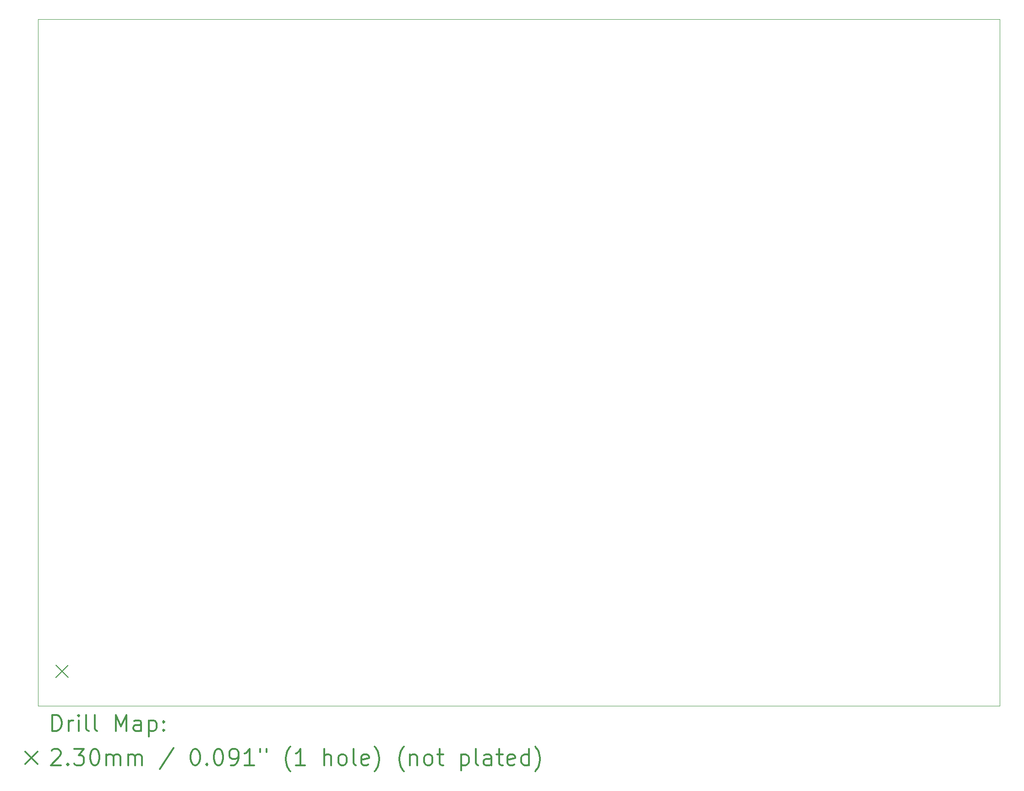
<source format=gbr>
%FSLAX45Y45*%
G04 Gerber Fmt 4.5, Leading zero omitted, Abs format (unit mm)*
G04 Created by KiCad (PCBNEW 4.0.2-stable) date Pá 22. duben 2016, 03:40:44 CEST*
%MOMM*%
G01*
G04 APERTURE LIST*
%ADD10C,0.127000*%
%ADD11C,0.100000*%
%ADD12C,0.200000*%
%ADD13C,0.300000*%
G04 APERTURE END LIST*
D10*
D11*
X-17780000Y6350000D02*
X0Y6350000D01*
X-17780000Y-6350000D02*
X-17780000Y6350000D01*
X0Y-6350000D02*
X-17780000Y-6350000D01*
X0Y6350000D02*
X0Y-6350000D01*
D12*
X-17449500Y-5600000D02*
X-17219500Y-5830000D01*
X-17219500Y-5600000D02*
X-17449500Y-5830000D01*
D13*
X-17513572Y-6820714D02*
X-17513572Y-6520714D01*
X-17442143Y-6520714D01*
X-17399286Y-6535000D01*
X-17370714Y-6563571D01*
X-17356429Y-6592143D01*
X-17342143Y-6649286D01*
X-17342143Y-6692143D01*
X-17356429Y-6749286D01*
X-17370714Y-6777857D01*
X-17399286Y-6806429D01*
X-17442143Y-6820714D01*
X-17513572Y-6820714D01*
X-17213572Y-6820714D02*
X-17213572Y-6620714D01*
X-17213572Y-6677857D02*
X-17199286Y-6649286D01*
X-17185000Y-6635000D01*
X-17156429Y-6620714D01*
X-17127857Y-6620714D01*
X-17027857Y-6820714D02*
X-17027857Y-6620714D01*
X-17027857Y-6520714D02*
X-17042143Y-6535000D01*
X-17027857Y-6549286D01*
X-17013572Y-6535000D01*
X-17027857Y-6520714D01*
X-17027857Y-6549286D01*
X-16842143Y-6820714D02*
X-16870714Y-6806429D01*
X-16885000Y-6777857D01*
X-16885000Y-6520714D01*
X-16685000Y-6820714D02*
X-16713571Y-6806429D01*
X-16727857Y-6777857D01*
X-16727857Y-6520714D01*
X-16342143Y-6820714D02*
X-16342143Y-6520714D01*
X-16242143Y-6735000D01*
X-16142143Y-6520714D01*
X-16142143Y-6820714D01*
X-15870714Y-6820714D02*
X-15870714Y-6663571D01*
X-15885000Y-6635000D01*
X-15913571Y-6620714D01*
X-15970714Y-6620714D01*
X-15999286Y-6635000D01*
X-15870714Y-6806429D02*
X-15899286Y-6820714D01*
X-15970714Y-6820714D01*
X-15999286Y-6806429D01*
X-16013571Y-6777857D01*
X-16013571Y-6749286D01*
X-15999286Y-6720714D01*
X-15970714Y-6706429D01*
X-15899286Y-6706429D01*
X-15870714Y-6692143D01*
X-15727857Y-6620714D02*
X-15727857Y-6920714D01*
X-15727857Y-6635000D02*
X-15699286Y-6620714D01*
X-15642143Y-6620714D01*
X-15613571Y-6635000D01*
X-15599286Y-6649286D01*
X-15585000Y-6677857D01*
X-15585000Y-6763571D01*
X-15599286Y-6792143D01*
X-15613571Y-6806429D01*
X-15642143Y-6820714D01*
X-15699286Y-6820714D01*
X-15727857Y-6806429D01*
X-15456429Y-6792143D02*
X-15442143Y-6806429D01*
X-15456429Y-6820714D01*
X-15470714Y-6806429D01*
X-15456429Y-6792143D01*
X-15456429Y-6820714D01*
X-15456429Y-6635000D02*
X-15442143Y-6649286D01*
X-15456429Y-6663571D01*
X-15470714Y-6649286D01*
X-15456429Y-6635000D01*
X-15456429Y-6663571D01*
X-18015000Y-7200000D02*
X-17785000Y-7430000D01*
X-17785000Y-7200000D02*
X-18015000Y-7430000D01*
X-17527857Y-7179286D02*
X-17513572Y-7165000D01*
X-17485000Y-7150714D01*
X-17413572Y-7150714D01*
X-17385000Y-7165000D01*
X-17370714Y-7179286D01*
X-17356429Y-7207857D01*
X-17356429Y-7236429D01*
X-17370714Y-7279286D01*
X-17542143Y-7450714D01*
X-17356429Y-7450714D01*
X-17227857Y-7422143D02*
X-17213572Y-7436429D01*
X-17227857Y-7450714D01*
X-17242143Y-7436429D01*
X-17227857Y-7422143D01*
X-17227857Y-7450714D01*
X-17113572Y-7150714D02*
X-16927857Y-7150714D01*
X-17027857Y-7265000D01*
X-16985000Y-7265000D01*
X-16956429Y-7279286D01*
X-16942143Y-7293571D01*
X-16927857Y-7322143D01*
X-16927857Y-7393571D01*
X-16942143Y-7422143D01*
X-16956429Y-7436429D01*
X-16985000Y-7450714D01*
X-17070714Y-7450714D01*
X-17099286Y-7436429D01*
X-17113572Y-7422143D01*
X-16742143Y-7150714D02*
X-16713571Y-7150714D01*
X-16685000Y-7165000D01*
X-16670714Y-7179286D01*
X-16656429Y-7207857D01*
X-16642143Y-7265000D01*
X-16642143Y-7336429D01*
X-16656429Y-7393571D01*
X-16670714Y-7422143D01*
X-16685000Y-7436429D01*
X-16713571Y-7450714D01*
X-16742143Y-7450714D01*
X-16770714Y-7436429D01*
X-16785000Y-7422143D01*
X-16799286Y-7393571D01*
X-16813572Y-7336429D01*
X-16813572Y-7265000D01*
X-16799286Y-7207857D01*
X-16785000Y-7179286D01*
X-16770714Y-7165000D01*
X-16742143Y-7150714D01*
X-16513571Y-7450714D02*
X-16513571Y-7250714D01*
X-16513571Y-7279286D02*
X-16499286Y-7265000D01*
X-16470714Y-7250714D01*
X-16427857Y-7250714D01*
X-16399286Y-7265000D01*
X-16385000Y-7293571D01*
X-16385000Y-7450714D01*
X-16385000Y-7293571D02*
X-16370714Y-7265000D01*
X-16342143Y-7250714D01*
X-16299286Y-7250714D01*
X-16270714Y-7265000D01*
X-16256429Y-7293571D01*
X-16256429Y-7450714D01*
X-16113571Y-7450714D02*
X-16113571Y-7250714D01*
X-16113571Y-7279286D02*
X-16099286Y-7265000D01*
X-16070714Y-7250714D01*
X-16027857Y-7250714D01*
X-15999286Y-7265000D01*
X-15985000Y-7293571D01*
X-15985000Y-7450714D01*
X-15985000Y-7293571D02*
X-15970714Y-7265000D01*
X-15942143Y-7250714D01*
X-15899286Y-7250714D01*
X-15870714Y-7265000D01*
X-15856429Y-7293571D01*
X-15856429Y-7450714D01*
X-15270714Y-7136429D02*
X-15527857Y-7522143D01*
X-14885000Y-7150714D02*
X-14856429Y-7150714D01*
X-14827857Y-7165000D01*
X-14813572Y-7179286D01*
X-14799286Y-7207857D01*
X-14785000Y-7265000D01*
X-14785000Y-7336429D01*
X-14799286Y-7393571D01*
X-14813572Y-7422143D01*
X-14827857Y-7436429D01*
X-14856429Y-7450714D01*
X-14885000Y-7450714D01*
X-14913572Y-7436429D01*
X-14927857Y-7422143D01*
X-14942143Y-7393571D01*
X-14956429Y-7336429D01*
X-14956429Y-7265000D01*
X-14942143Y-7207857D01*
X-14927857Y-7179286D01*
X-14913572Y-7165000D01*
X-14885000Y-7150714D01*
X-14656429Y-7422143D02*
X-14642143Y-7436429D01*
X-14656429Y-7450714D01*
X-14670714Y-7436429D01*
X-14656429Y-7422143D01*
X-14656429Y-7450714D01*
X-14456429Y-7150714D02*
X-14427857Y-7150714D01*
X-14399286Y-7165000D01*
X-14385000Y-7179286D01*
X-14370714Y-7207857D01*
X-14356429Y-7265000D01*
X-14356429Y-7336429D01*
X-14370714Y-7393571D01*
X-14385000Y-7422143D01*
X-14399286Y-7436429D01*
X-14427857Y-7450714D01*
X-14456429Y-7450714D01*
X-14485000Y-7436429D01*
X-14499286Y-7422143D01*
X-14513572Y-7393571D01*
X-14527857Y-7336429D01*
X-14527857Y-7265000D01*
X-14513572Y-7207857D01*
X-14499286Y-7179286D01*
X-14485000Y-7165000D01*
X-14456429Y-7150714D01*
X-14213572Y-7450714D02*
X-14156429Y-7450714D01*
X-14127857Y-7436429D01*
X-14113572Y-7422143D01*
X-14085000Y-7379286D01*
X-14070714Y-7322143D01*
X-14070714Y-7207857D01*
X-14085000Y-7179286D01*
X-14099286Y-7165000D01*
X-14127857Y-7150714D01*
X-14185000Y-7150714D01*
X-14213572Y-7165000D01*
X-14227857Y-7179286D01*
X-14242143Y-7207857D01*
X-14242143Y-7279286D01*
X-14227857Y-7307857D01*
X-14213572Y-7322143D01*
X-14185000Y-7336429D01*
X-14127857Y-7336429D01*
X-14099286Y-7322143D01*
X-14085000Y-7307857D01*
X-14070714Y-7279286D01*
X-13785000Y-7450714D02*
X-13956429Y-7450714D01*
X-13870714Y-7450714D02*
X-13870714Y-7150714D01*
X-13899286Y-7193571D01*
X-13927857Y-7222143D01*
X-13956429Y-7236429D01*
X-13670714Y-7150714D02*
X-13670714Y-7207857D01*
X-13556429Y-7150714D02*
X-13556429Y-7207857D01*
X-13113572Y-7565000D02*
X-13127857Y-7550714D01*
X-13156429Y-7507857D01*
X-13170714Y-7479286D01*
X-13185000Y-7436429D01*
X-13199286Y-7365000D01*
X-13199286Y-7307857D01*
X-13185000Y-7236429D01*
X-13170714Y-7193571D01*
X-13156429Y-7165000D01*
X-13127857Y-7122143D01*
X-13113572Y-7107857D01*
X-12842143Y-7450714D02*
X-13013572Y-7450714D01*
X-12927857Y-7450714D02*
X-12927857Y-7150714D01*
X-12956429Y-7193571D01*
X-12985000Y-7222143D01*
X-13013572Y-7236429D01*
X-12485000Y-7450714D02*
X-12485000Y-7150714D01*
X-12356429Y-7450714D02*
X-12356429Y-7293571D01*
X-12370714Y-7265000D01*
X-12399286Y-7250714D01*
X-12442143Y-7250714D01*
X-12470714Y-7265000D01*
X-12485000Y-7279286D01*
X-12170714Y-7450714D02*
X-12199286Y-7436429D01*
X-12213572Y-7422143D01*
X-12227857Y-7393571D01*
X-12227857Y-7307857D01*
X-12213572Y-7279286D01*
X-12199286Y-7265000D01*
X-12170714Y-7250714D01*
X-12127857Y-7250714D01*
X-12099286Y-7265000D01*
X-12085000Y-7279286D01*
X-12070714Y-7307857D01*
X-12070714Y-7393571D01*
X-12085000Y-7422143D01*
X-12099286Y-7436429D01*
X-12127857Y-7450714D01*
X-12170714Y-7450714D01*
X-11899286Y-7450714D02*
X-11927857Y-7436429D01*
X-11942143Y-7407857D01*
X-11942143Y-7150714D01*
X-11670714Y-7436429D02*
X-11699286Y-7450714D01*
X-11756429Y-7450714D01*
X-11785000Y-7436429D01*
X-11799286Y-7407857D01*
X-11799286Y-7293571D01*
X-11785000Y-7265000D01*
X-11756429Y-7250714D01*
X-11699286Y-7250714D01*
X-11670714Y-7265000D01*
X-11656429Y-7293571D01*
X-11656429Y-7322143D01*
X-11799286Y-7350714D01*
X-11556429Y-7565000D02*
X-11542143Y-7550714D01*
X-11513571Y-7507857D01*
X-11499286Y-7479286D01*
X-11485000Y-7436429D01*
X-11470714Y-7365000D01*
X-11470714Y-7307857D01*
X-11485000Y-7236429D01*
X-11499286Y-7193571D01*
X-11513571Y-7165000D01*
X-11542143Y-7122143D01*
X-11556429Y-7107857D01*
X-11013572Y-7565000D02*
X-11027857Y-7550714D01*
X-11056429Y-7507857D01*
X-11070714Y-7479286D01*
X-11085000Y-7436429D01*
X-11099286Y-7365000D01*
X-11099286Y-7307857D01*
X-11085000Y-7236429D01*
X-11070714Y-7193571D01*
X-11056429Y-7165000D01*
X-11027857Y-7122143D01*
X-11013572Y-7107857D01*
X-10899286Y-7250714D02*
X-10899286Y-7450714D01*
X-10899286Y-7279286D02*
X-10885000Y-7265000D01*
X-10856429Y-7250714D01*
X-10813572Y-7250714D01*
X-10785000Y-7265000D01*
X-10770714Y-7293571D01*
X-10770714Y-7450714D01*
X-10585000Y-7450714D02*
X-10613572Y-7436429D01*
X-10627857Y-7422143D01*
X-10642143Y-7393571D01*
X-10642143Y-7307857D01*
X-10627857Y-7279286D01*
X-10613572Y-7265000D01*
X-10585000Y-7250714D01*
X-10542143Y-7250714D01*
X-10513572Y-7265000D01*
X-10499286Y-7279286D01*
X-10485000Y-7307857D01*
X-10485000Y-7393571D01*
X-10499286Y-7422143D01*
X-10513572Y-7436429D01*
X-10542143Y-7450714D01*
X-10585000Y-7450714D01*
X-10399286Y-7250714D02*
X-10285000Y-7250714D01*
X-10356429Y-7150714D02*
X-10356429Y-7407857D01*
X-10342143Y-7436429D01*
X-10313572Y-7450714D01*
X-10285000Y-7450714D01*
X-9956429Y-7250714D02*
X-9956429Y-7550714D01*
X-9956429Y-7265000D02*
X-9927857Y-7250714D01*
X-9870714Y-7250714D01*
X-9842143Y-7265000D01*
X-9827857Y-7279286D01*
X-9813572Y-7307857D01*
X-9813572Y-7393571D01*
X-9827857Y-7422143D01*
X-9842143Y-7436429D01*
X-9870714Y-7450714D01*
X-9927857Y-7450714D01*
X-9956429Y-7436429D01*
X-9642143Y-7450714D02*
X-9670714Y-7436429D01*
X-9685000Y-7407857D01*
X-9685000Y-7150714D01*
X-9399286Y-7450714D02*
X-9399286Y-7293571D01*
X-9413571Y-7265000D01*
X-9442143Y-7250714D01*
X-9499286Y-7250714D01*
X-9527857Y-7265000D01*
X-9399286Y-7436429D02*
X-9427857Y-7450714D01*
X-9499286Y-7450714D01*
X-9527857Y-7436429D01*
X-9542143Y-7407857D01*
X-9542143Y-7379286D01*
X-9527857Y-7350714D01*
X-9499286Y-7336429D01*
X-9427857Y-7336429D01*
X-9399286Y-7322143D01*
X-9299286Y-7250714D02*
X-9185000Y-7250714D01*
X-9256429Y-7150714D02*
X-9256429Y-7407857D01*
X-9242143Y-7436429D01*
X-9213571Y-7450714D01*
X-9185000Y-7450714D01*
X-8970714Y-7436429D02*
X-8999286Y-7450714D01*
X-9056429Y-7450714D01*
X-9085000Y-7436429D01*
X-9099286Y-7407857D01*
X-9099286Y-7293571D01*
X-9085000Y-7265000D01*
X-9056429Y-7250714D01*
X-8999286Y-7250714D01*
X-8970714Y-7265000D01*
X-8956429Y-7293571D01*
X-8956429Y-7322143D01*
X-9099286Y-7350714D01*
X-8699286Y-7450714D02*
X-8699286Y-7150714D01*
X-8699286Y-7436429D02*
X-8727857Y-7450714D01*
X-8785000Y-7450714D01*
X-8813571Y-7436429D01*
X-8827857Y-7422143D01*
X-8842143Y-7393571D01*
X-8842143Y-7307857D01*
X-8827857Y-7279286D01*
X-8813571Y-7265000D01*
X-8785000Y-7250714D01*
X-8727857Y-7250714D01*
X-8699286Y-7265000D01*
X-8585000Y-7565000D02*
X-8570714Y-7550714D01*
X-8542143Y-7507857D01*
X-8527857Y-7479286D01*
X-8513571Y-7436429D01*
X-8499286Y-7365000D01*
X-8499286Y-7307857D01*
X-8513571Y-7236429D01*
X-8527857Y-7193571D01*
X-8542143Y-7165000D01*
X-8570714Y-7122143D01*
X-8585000Y-7107857D01*
M02*

</source>
